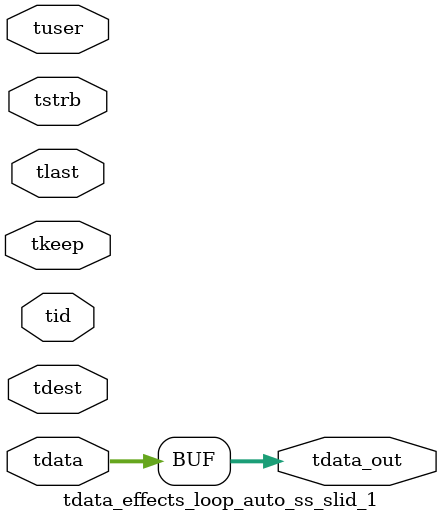
<source format=v>


`timescale 1ps/1ps

module tdata_effects_loop_auto_ss_slid_1 #
(
parameter C_S_AXIS_TDATA_WIDTH = 32,
parameter C_S_AXIS_TUSER_WIDTH = 0,
parameter C_S_AXIS_TID_WIDTH   = 0,
parameter C_S_AXIS_TDEST_WIDTH = 0,
parameter C_M_AXIS_TDATA_WIDTH = 32
)
(
input  [(C_S_AXIS_TDATA_WIDTH == 0 ? 1 : C_S_AXIS_TDATA_WIDTH)-1:0     ] tdata,
input  [(C_S_AXIS_TUSER_WIDTH == 0 ? 1 : C_S_AXIS_TUSER_WIDTH)-1:0     ] tuser,
input  [(C_S_AXIS_TID_WIDTH   == 0 ? 1 : C_S_AXIS_TID_WIDTH)-1:0       ] tid,
input  [(C_S_AXIS_TDEST_WIDTH == 0 ? 1 : C_S_AXIS_TDEST_WIDTH)-1:0     ] tdest,
input  [(C_S_AXIS_TDATA_WIDTH/8)-1:0 ] tkeep,
input  [(C_S_AXIS_TDATA_WIDTH/8)-1:0 ] tstrb,
input                                                                    tlast,
output [C_M_AXIS_TDATA_WIDTH-1:0] tdata_out
);

assign tdata_out = {tdata[63:0]};

endmodule


</source>
